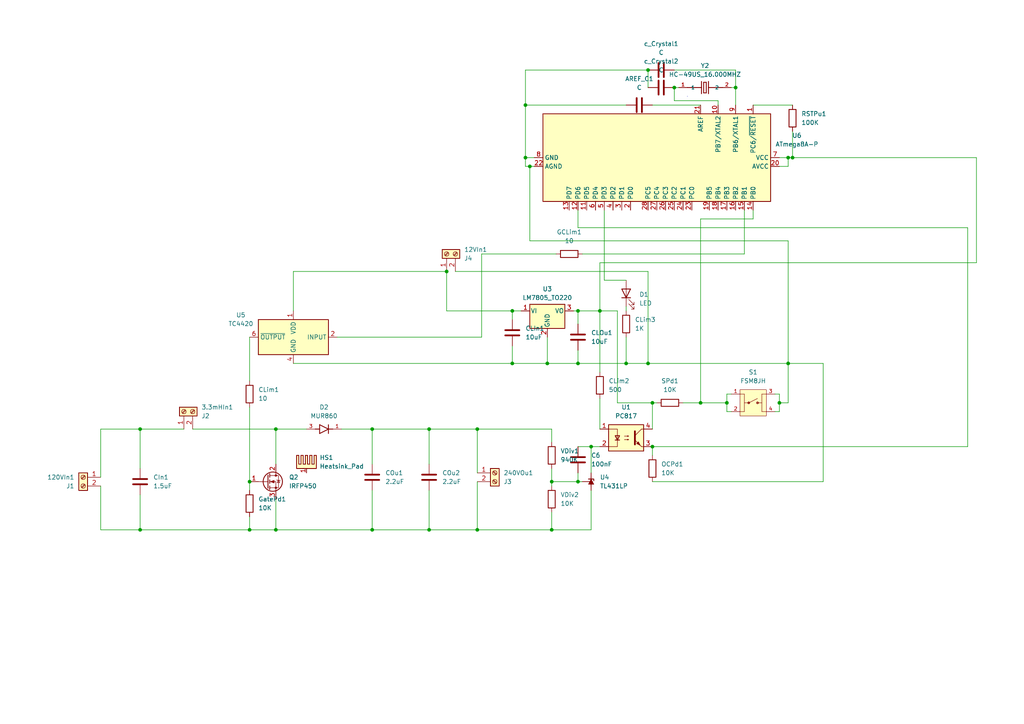
<source format=kicad_sch>
(kicad_sch (version 20250114) (generator "eeschema") (generator_version "9.0")
  (paper "A4")
  (lib_symbols
    (symbol "Connector:Screw_Terminal_01x02" (pin_names (offset 1.016) (hide yes))
      (property "Reference" "J" (at 0 2.54 0))
      (property "Value" "Screw_Terminal_01x02" (at 0 -5.08 0))
      (symbol "Screw_Terminal_01x02_1_1"
        (rectangle (start -1.27 1.27) (end 1.27 -3.81) (stroke (width 0.254)) (fill (type background)))
        (polyline (pts (xy -0.5334 0.3302) (xy 0.3302 -0.508)) (stroke (width 0.1524)))
        (polyline (pts (xy -0.5334 -2.2098) (xy 0.3302 -3.048)) (stroke (width 0.1524)))
        (polyline (pts (xy -0.3556 0.508) (xy 0.508 -0.3302)) (stroke (width 0.1524)))
        (polyline (pts (xy -0.3556 -2.032) (xy 0.508 -2.8702)) (stroke (width 0.1524)))
        (circle (center 0 0) (radius 0.635) (stroke (width 0.1524)))
        (circle (center 0 -2.54) (radius 0.635) (stroke (width 0.1524)))
        (pin passive line (at -5.08 0 0) (length 3.81) (name "Pin_1") (number "1"))
        (pin passive line (at -5.08 -2.54 0) (length 3.81) (name "Pin_2") (number "2"))
      )
    )
    (symbol "Device:C" (pin_numbers (hide yes)) (pin_names (offset 0.254))
      (property "Reference" "C" (at 0.635 2.54 0))
      (property "Value" "C" (at 0.635 -2.54 0))
      (symbol "C_0_1"
        (polyline (pts (xy -2.032 0.762) (xy 2.032 0.762)) (stroke (width 0.508)))
        (polyline (pts (xy -2.032 -0.762) (xy 2.032 -0.762)) (stroke (width 0.508)))
      )
      (symbol "C_1_1"
        (pin passive line (at 0 3.81 270) (length 2.794) (name "~") (number "1"))
        (pin passive line (at 0 -3.81 90) (length 2.794) (name "~") (number "2"))
      )
    )
    (symbol "Device:LED" (pin_numbers (hide yes)) (pin_names (offset 1.016) (hide yes))
      (property "Reference" "D" (at 0 2.54 0))
      (property "Value" "LED" (at 0 -2.54 0))
      (symbol "LED_0_1"
        (polyline (pts (xy -3.048 -0.762) (xy -4.572 -2.286) (xy -3.81 -2.286) (xy -4.572 -2.286) (xy -4.572 -1.524)))
        (polyline (pts (xy -1.778 -0.762) (xy -3.302 -2.286) (xy -2.54 -2.286) (xy -3.302 -2.286) (xy -3.302 -1.524)))
        (polyline (pts (xy -1.27 0) (xy 1.27 0)))
        (polyline (pts (xy -1.27 -1.27) (xy -1.27 1.27)) (stroke (width 0.254)))
        (polyline (pts (xy 1.27 -1.27) (xy 1.27 1.27) (xy -1.27 0) (xy 1.27 -1.27)) (stroke (width 0.254)))
      )
      (symbol "LED_1_1"
        (pin passive line (at -3.81 0 0) (length 2.54) (name "K") (number "1"))
        (pin passive line (at 3.81 0 180) (length 2.54) (name "A") (number "2"))
      )
    )
    (symbol "Device:R" (pin_numbers (hide yes)) (pin_names (offset 0))
      (property "Reference" "R" (at 2.032 0 90))
      (property "Value" "R" (at 0 0 90))
      (symbol "R_0_1"
        (rectangle (start -1.016 -2.54) (end 1.016 2.54) (stroke (width 0.254)))
      )
      (symbol "R_1_1"
        (pin passive line (at 0 3.81 270) (length 1.27) (name "~") (number "1"))
        (pin passive line (at 0 -3.81 90) (length 1.27) (name "~") (number "2"))
      )
    )
    (symbol "Driver_FET:TC4421"
      (property "Reference" "U" (at -8.89 6.35 0))
      (property "Value" "TC4421" (at 6.35 6.35 0))
      (symbol "TC4421_0_1"
        (rectangle (start -10.16 5.08) (end 10.16 -5.08) (stroke (width 0.254)) (fill (type background)))
      )
      (symbol "TC4421_1_1"
        (pin input line (at -12.7 0 0) (length 2.54) (name "INPUT") (number "2"))
        (pin no_connect line (at -5.08 -5.08 90) (length 2.54) (hide yes) (name "NC") (number "3"))
        (pin power_in line (at 0 7.62 270) (length 2.54) (name "VDD") (number "1"))
        (pin passive line (at 0 7.62 270) (length 2.54) (hide yes) (name "VDD") (number "8"))
        (pin power_in line (at 0 -7.62 90) (length 2.54) (name "GND") (number "4"))
        (pin passive line (at 0 -7.62 90) (length 2.54) (hide yes) (name "GND") (number "5"))
        (pin output line (at 12.7 0 180) (length 2.54) (name "~{OUTPUT}") (number "6"))
        (pin passive line (at 12.7 0 180) (length 2.54) (hide yes) (name "~{OUTPUT}") (number "7"))
      )
    )
    (symbol "FSM8JH:FSM8JH" (pin_names (offset 1.016))
      (property "Reference" "S" (at -4.3222 4.068 0))
      (property "Value" "FSM8JH" (at -4.0644 -5.3346 0))
      (symbol "FSM8JH_0_0"
        (polyline (pts (xy -3.81 2.54) (xy -2.54 2.54)) (stroke (width 0.127)))
        (rectangle (start -3.81 -3.81) (end 3.81 3.81) (stroke (width 0.127)) (fill (type background)))
        (polyline (pts (xy -2.54 2.54) (xy -2.54 -2.54)) (stroke (width 0.127)))
        (polyline (pts (xy -2.54 0) (xy -1.27 0)) (stroke (width 0.127)))
        (polyline (pts (xy -2.54 -2.54) (xy -3.81 -2.54)) (stroke (width 0.127)))
        (circle (center -1.27 0) (radius 0.254) (stroke (width 0.2159)))
        (polyline (pts (xy -1.27 0) (xy 1.27 1.27)) (stroke (width 0.127)))
        (polyline (pts (xy 1.27 0) (xy 2.54 0)) (stroke (width 0.127)))
        (circle (center 1.27 0) (radius 0.254) (stroke (width 0.2159)))
        (polyline (pts (xy 2.54 2.54) (xy 2.54 -2.54)) (stroke (width 0.127)))
        (polyline (pts (xy 2.54 -2.54) (xy 3.81 -2.54)) (stroke (width 0.127)))
        (polyline (pts (xy 3.81 2.54) (xy 2.54 2.54)) (stroke (width 0.127)))
        (pin passive line (at -6.35 2.54 0) (length 2.54) (name "~") (number "1"))
        (pin passive line (at -6.35 -2.54 0) (length 2.54) (name "~") (number "2"))
        (pin passive line (at 6.35 2.54 180) (length 2.54) (name "~") (number "3"))
        (pin passive line (at 6.35 -2.54 180) (length 2.54) (name "~") (number "4"))
      )
    )
    (symbol "HC-49US_16.000MHZ:HC-49US_16.000MHZ" (pin_names (offset 1.016))
      (property "Reference" "Y" (at -5.08 2.286 0))
      (property "Value" "HC-49US_16.000MHZ" (at -5.08 -3.81 0))
      (symbol "HC-49US_16.000MHZ_0_0"
        (polyline (pts (xy -5.08 0) (xy -1.016 0)) (stroke (width 0.254)))
        (polyline (pts (xy -1.016 1.778) (xy -1.016 0)) (stroke (width 0.254)))
        (polyline (pts (xy -1.016 0) (xy -1.016 -1.778)) (stroke (width 0.254)))
        (polyline (pts (xy -0.381 1.524) (xy -0.381 -1.524)) (stroke (width 0.254)))
        (polyline (pts (xy -0.381 -1.524) (xy 0.381 -1.524)) (stroke (width 0.254)))
        (polyline (pts (xy 0.381 1.524) (xy -0.381 1.524)) (stroke (width 0.254)))
        (polyline (pts (xy 0.381 -1.524) (xy 0.381 1.524)) (stroke (width 0.254)))
        (polyline (pts (xy 1.016 1.778) (xy 1.016 0)) (stroke (width 0.254)))
        (polyline (pts (xy 1.016 0) (xy 1.016 -1.778)) (stroke (width 0.254)))
        (polyline (pts (xy 5.08 0) (xy 1.016 0)) (stroke (width 0.254)))
        (pin passive line (at -7.62 0 0) (length 2.54) (name "1") (number "1"))
        (pin passive line (at 7.62 0 180) (length 2.54) (name "2") (number "2"))
      )
    )
    (symbol "Isolator:PC817" (pin_names (offset 1.016))
      (property "Reference" "U" (at -5.08 5.08 0))
      (property "Value" "PC817" (at 0 5.08 0))
      (symbol "PC817_0_1"
        (rectangle (start -5.08 3.81) (end 5.08 -3.81) (stroke (width 0.254)) (fill (type background)))
        (polyline (pts (xy -5.08 2.54) (xy -2.54 2.54) (xy -2.54 -0.635)))
        (polyline (pts (xy -3.175 -0.635) (xy -1.905 -0.635)) (stroke (width 0.254)))
        (polyline (pts (xy -2.54 -0.635) (xy -2.54 -2.54) (xy -5.08 -2.54)))
        (polyline (pts (xy -2.54 -0.635) (xy -3.175 0.635) (xy -1.905 0.635) (xy -2.54 -0.635)) (stroke (width 0.254)))
        (polyline (pts (xy -0.508 0.508) (xy 0.762 0.508) (xy 0.381 0.381) (xy 0.381 0.635) (xy 0.762 0.508)))
        (polyline (pts (xy -0.508 -0.508) (xy 0.762 -0.508) (xy 0.381 -0.635) (xy 0.381 -0.381) (xy 0.762 -0.508)))
        (polyline (pts (xy 2.54 1.905) (xy 2.54 -1.905) (xy 2.54 -1.905)) (stroke (width 0.508)))
        (polyline (pts (xy 2.54 0.635) (xy 4.445 2.54)))
        (polyline (pts (xy 3.048 -1.651) (xy 3.556 -1.143) (xy 4.064 -2.159) (xy 3.048 -1.651) (xy 3.048 -1.651)) (fill (type outline)))
        (polyline (pts (xy 4.445 2.54) (xy 5.08 2.54)))
        (polyline (pts (xy 4.445 -2.54) (xy 2.54 -0.635)) (fill (type outline)))
        (polyline (pts (xy 4.445 -2.54) (xy 5.08 -2.54)))
      )
      (symbol "PC817_1_1"
        (pin passive line (at -7.62 2.54 0) (length 2.54) (name "~") (number "1"))
        (pin passive line (at -7.62 -2.54 0) (length 2.54) (name "~") (number "2"))
        (pin passive line (at 7.62 2.54 180) (length 2.54) (name "~") (number "4"))
        (pin passive line (at 7.62 -2.54 180) (length 2.54) (name "~") (number "3"))
      )
    )
    (symbol "MCU_Microchip_ATmega:ATmega8A-P"
      (property "Reference" "U" (at -12.7 34.29 0))
      (property "Value" "ATmega8A-P" (at 5.08 -34.29 0))
      (symbol "ATmega8A-P_0_1"
        (rectangle (start -12.7 -33.02) (end 12.7 33.02) (stroke (width 0.254)) (fill (type background)))
      )
      (symbol "ATmega8A-P_1_1"
        (pin bidirectional line (at -15.24 27.94 0) (length 2.54) (name "PC6/~{RESET}") (number "1"))
        (pin bidirectional line (at -15.24 22.86 0) (length 2.54) (name "PB6/XTAL1") (number "9"))
        (pin bidirectional line (at -15.24 17.78 0) (length 2.54) (name "PB7/XTAL2") (number "10"))
        (pin passive line (at -15.24 12.7 0) (length 2.54) (name "AREF") (number "21"))
        (pin power_in line (at 0 35.56 270) (length 2.54) (name "VCC") (number "7"))
        (pin power_in line (at 0 -35.56 90) (length 2.54) (name "GND") (number "8"))
        (pin power_in line (at 2.54 35.56 270) (length 2.54) (name "AVCC") (number "20"))
        (pin power_in line (at 2.54 -35.56 90) (length 2.54) (name "AGND") (number "22"))
        (pin bidirectional line (at 15.24 27.94 180) (length 2.54) (name "PB0") (number "14"))
        (pin bidirectional line (at 15.24 25.4 180) (length 2.54) (name "PB1") (number "15"))
        (pin bidirectional line (at 15.24 22.86 180) (length 2.54) (name "PB2") (number "16"))
        (pin bidirectional line (at 15.24 20.32 180) (length 2.54) (name "PB3") (number "17"))
        (pin bidirectional line (at 15.24 17.78 180) (length 2.54) (name "PB4") (number "18"))
        (pin bidirectional line (at 15.24 15.24 180) (length 2.54) (name "PB5") (number "19"))
        (pin bidirectional line (at 15.24 10.16 180) (length 2.54) (name "PC0") (number "23"))
        (pin bidirectional line (at 15.24 7.62 180) (length 2.54) (name "PC1") (number "24"))
        (pin bidirectional line (at 15.24 5.08 180) (length 2.54) (name "PC2") (number "25"))
        (pin bidirectional line (at 15.24 2.54 180) (length 2.54) (name "PC3") (number "26"))
        (pin bidirectional line (at 15.24 0 180) (length 2.54) (name "PC4") (number "27"))
        (pin bidirectional line (at 15.24 -2.54 180) (length 2.54) (name "PC5") (number "28"))
        (pin bidirectional line (at 15.24 -7.62 180) (length 2.54) (name "PD0") (number "2"))
        (pin bidirectional line (at 15.24 -10.16 180) (length 2.54) (name "PD1") (number "3"))
        (pin bidirectional line (at 15.24 -12.7 180) (length 2.54) (name "PD2") (number "4"))
        (pin bidirectional line (at 15.24 -15.24 180) (length 2.54) (name "PD3") (number "5"))
        (pin bidirectional line (at 15.24 -17.78 180) (length 2.54) (name "PD4") (number "6"))
        (pin bidirectional line (at 15.24 -20.32 180) (length 2.54) (name "PD5") (number "11"))
        (pin bidirectional line (at 15.24 -22.86 180) (length 2.54) (name "PD6") (number "12"))
        (pin bidirectional line (at 15.24 -25.4 180) (length 2.54) (name "PD7") (number "13"))
      )
    )
    (symbol "MUR860:MUR860" (pin_names (offset 1.016))
      (property "Reference" "D" (at -5.08 2.54 0))
      (property "Value" "MUR860" (at -5.08 -5.08 0))
      (symbol "MUR860_0_0"
        (polyline (pts (xy -2.54 0) (xy -1.27 0)) (stroke (width 0.254)))
        (polyline (pts (xy -1.27 1.27) (xy -1.27 0)) (stroke (width 0.254)))
        (polyline (pts (xy -1.27 0) (xy -1.27 -1.27)) (stroke (width 0.254)))
        (polyline (pts (xy -1.27 -1.27) (xy 1.27 0)) (stroke (width 0.254)))
        (polyline (pts (xy 1.27 1.27) (xy 1.27 0)) (stroke (width 0.254)))
        (polyline (pts (xy 1.27 0) (xy -1.27 1.27)) (stroke (width 0.254)))
        (polyline (pts (xy 1.27 0) (xy 1.27 -1.27)) (stroke (width 0.254)))
        (polyline (pts (xy 1.27 0) (xy 2.54 0)) (stroke (width 0.254)))
        (pin passive line (at -5.08 0 0) (length 2.54) (name "~") (number "3"))
        (pin passive line (at 5.08 0 180) (length 2.54) (name "~") (number "1"))
      )
    )
    (symbol "Mechanical:Heatsink_Pad" (pin_names (offset 0)) (exclude_from_sim yes)
      (property "Reference" "HS" (at 0 5.715 0))
      (property "Value" "Heatsink_Pad" (at 0 3.81 0))
      (symbol "Heatsink_Pad_0_1"
        (polyline (pts (xy -0.3302 0) (xy -0.9652 0) (xy -0.9652 2.54) (xy -1.6002 2.54) (xy -1.6002 0) (xy -2.2352 0) (xy -2.2352 2.54) (xy -2.8702 2.54) (xy -2.8702 -1.27) (xy -0.9652 -1.27)) (stroke (width 0.254)) (fill (type background)))
        (polyline (pts (xy -0.3302 0) (xy -0.3302 2.54) (xy 0.3048 2.54) (xy 0.3048 0) (xy 0.9398 0) (xy 0.9398 2.54) (xy 1.5748 2.54) (xy 1.5748 0) (xy 2.2098 0) (xy 2.2098 2.54) (xy 2.8448 2.54) (xy 2.8448 -1.27) (xy -0.9652 -1.27)) (stroke (width 0.254)) (fill (type background)))
      )
      (symbol "Heatsink_Pad_1_1"
        (pin passive line (at 0 -2.54 90) (length 1.27) (name "~") (number "1"))
      )
    )
    (symbol "Reference_Voltage:TL431LP" (pin_numbers (hide yes)) (pin_names (hide yes))
      (property "Reference" "U" (at -2.54 2.54 0))
      (property "Value" "TL431LP" (at 0 -2.54 0))
      (symbol "TL431LP_0_1"
        (polyline (pts (xy -1.27 0) (xy 0 0) (xy 1.27 0)))
        (polyline (pts (xy -0.762 -0.762) (xy -0.762 0.762) (xy 0.762 0) (xy -0.762 -0.762)) (fill (type outline)))
        (polyline (pts (xy 0.254 -0.762) (xy 0.762 -0.762) (xy 0.762 0.762) (xy 0.762 0.762)) (stroke (width 0.254)))
      )
      (symbol "TL431LP_1_1"
        (pin passive line (at -2.54 0 0) (length 2.54) (name "A") (number "2"))
        (pin passive line (at 0 2.54 270) (length 2.54) (name "REF") (number "1"))
        (pin passive line (at 2.54 0 180) (length 2.54) (name "K") (number "3"))
      )
    )
    (symbol "Regulator_Linear:LM7805_TO220" (pin_names (offset 0.254))
      (property "Reference" "U" (at -3.81 3.175 0))
      (property "Value" "LM7805_TO220" (at 0 3.175 0))
      (symbol "LM7805_TO220_0_1"
        (rectangle (start -5.08 1.905) (end 5.08 -5.08) (stroke (width 0.254)) (fill (type background)))
      )
      (symbol "LM7805_TO220_1_1"
        (pin power_in line (at -7.62 0 0) (length 2.54) (name "VI") (number "1"))
        (pin power_in line (at 0 -7.62 90) (length 2.54) (name "GND") (number "2"))
        (pin power_out line (at 7.62 0 180) (length 2.54) (name "VO") (number "3"))
      )
    )
    (symbol "Transistor_FET:IRFP4468PbF" (pin_names (hide yes))
      (property "Reference" "Q" (at 5.08 1.905 0))
      (property "Value" "IRFP4468PbF" (at 5.08 0 0))
      (symbol "IRFP4468PbF_0_1"
        (polyline (pts (xy 0.254 1.905) (xy 0.254 -1.905)) (stroke (width 0.254)))
        (polyline (pts (xy 0.254 0) (xy -2.54 0)))
        (polyline (pts (xy 0.762 2.286) (xy 0.762 1.27)) (stroke (width 0.254)))
        (polyline (pts (xy 0.762 0.508) (xy 0.762 -0.508)) (stroke (width 0.254)))
        (polyline (pts (xy 0.762 -1.27) (xy 0.762 -2.286)) (stroke (width 0.254)))
        (polyline (pts (xy 0.762 -1.778) (xy 3.302 -1.778) (xy 3.302 1.778) (xy 0.762 1.778)))
        (polyline (pts (xy 1.016 0) (xy 2.032 0.381) (xy 2.032 -0.381) (xy 1.016 0)) (fill (type outline)))
        (circle (center 1.651 0) (radius 2.794) (stroke (width 0.254)))
        (polyline (pts (xy 2.54 2.54) (xy 2.54 1.778)))
        (circle (center 2.54 1.778) (radius 0.254) (fill (type outline)))
        (circle (center 2.54 -1.778) (radius 0.254) (fill (type outline)))
        (polyline (pts (xy 2.54 -2.54) (xy 2.54 0) (xy 0.762 0)))
        (polyline (pts (xy 2.794 0.508) (xy 2.921 0.381) (xy 3.683 0.381) (xy 3.81 0.254)))
        (polyline (pts (xy 3.302 0.381) (xy 2.921 -0.254) (xy 3.683 -0.254) (xy 3.302 0.381)))
      )
      (symbol "IRFP4468PbF_1_1"
        (pin input line (at -5.08 0 0) (length 2.54) (name "G") (number "1"))
        (pin passive line (at 2.54 5.08 270) (length 2.54) (name "D") (number "2"))
        (pin passive line (at 2.54 -5.08 90) (length 2.54) (name "S") (number "3"))
      )
    )
  )
  (rectangle (start 199.39 27.94) (end 199.39 27.94))
  (junction (at 187.96 105.41))
  (junction (at 213.36 25.4))
  (junction (at 167.64 105.41))
  (junction (at 80.01 153.67))
  (junction (at 72.39 139.7))
  (junction (at 107.95 124.46))
  (junction (at 173.99 90.17))
  (junction (at 167.64 139.7))
  (junction (at 160.02 153.67))
  (junction (at 171.45 129.54))
  (junction (at 80.01 124.46))
  (junction (at 148.59 105.41))
  (junction (at 228.6 45.72))
  (junction (at 167.64 90.17))
  (junction (at 210.82 116.84))
  (junction (at 187.96 20.32))
  (junction (at 152.4 30.48))
  (junction (at 181.61 105.41))
  (junction (at 189.23 116.84))
  (junction (at 148.59 90.17))
  (junction (at 203.2 116.84))
  (junction (at 129.54 78.74))
  (junction (at 124.46 124.46))
  (junction (at 138.43 124.46))
  (junction (at 152.4 45.72))
  (junction (at 107.95 153.67))
  (junction (at 153.67 48.26))
  (junction (at 138.43 153.67))
  (junction (at 160.02 139.7))
  (junction (at 40.64 153.67))
  (junction (at 228.6 105.41))
  (junction (at 158.75 105.41))
  (junction (at 189.23 129.54))
  (junction (at 72.39 153.67))
  (junction (at 195.58 25.4))
  (junction (at 124.46 153.67))
  (junction (at 226.06 116.84))
  (junction (at 40.64 124.46))
  (junction (at 229.87 45.72))
  (wire (pts (xy 181.61 97.79) (xy 181.61 105.41)))
  (wire (pts (xy 171.45 129.54) (xy 173.99 129.54)))
  (wire (pts (xy 212.09 119.38) (xy 210.82 119.38)))
  (wire (pts (xy 226.06 45.72) (xy 228.6 45.72)))
  (wire (pts (xy 80.01 124.46) (xy 80.01 134.62)))
  (wire (pts (xy 160.02 124.46) (xy 160.02 128.27)))
  (wire (pts (xy 167.64 137.16) (xy 167.64 139.7)))
  (wire (pts (xy 175.26 81.28) (xy 175.26 60.96)))
  (wire (pts (xy 226.06 119.38) (xy 224.79 119.38)))
  (wire (pts (xy 213.36 20.32) (xy 213.36 25.4)))
  (wire (pts (xy 187.96 20.32) (xy 187.96 25.4)))
  (wire (pts (xy 238.76 105.41) (xy 238.76 139.7)))
  (wire (pts (xy 198.12 116.84) (xy 203.2 116.84)))
  (wire (pts (xy 208.28 29.21) (xy 208.28 30.48)))
  (wire (pts (xy 167.64 129.54) (xy 171.45 129.54)))
  (wire (pts (xy 107.95 124.46) (xy 124.46 124.46)))
  (wire (pts (xy 228.6 48.26) (xy 228.6 45.72)))
  (wire (pts (xy 129.54 78.74) (xy 85.09 78.74)))
  (wire (pts (xy 166.37 90.17) (xy 167.64 90.17)))
  (wire (pts (xy 187.96 20.32) (xy 152.4 20.32)))
  (wire (pts (xy 203.2 116.84) (xy 210.82 116.84)))
  (wire (pts (xy 203.2 63.5) (xy 203.2 116.84)))
  (wire (pts (xy 181.61 81.28) (xy 175.26 81.28)))
  (wire (pts (xy 213.36 20.32) (xy 195.58 20.32)))
  (wire (pts (xy 72.39 153.67) (xy 80.01 153.67)))
  (wire (pts (xy 171.45 142.24) (xy 171.45 153.67)))
  (wire (pts (xy 173.99 90.17) (xy 179.07 90.17)))
  (wire (pts (xy 173.99 90.17) (xy 173.99 76.2)))
  (wire (pts (xy 72.39 139.7) (xy 72.39 142.24)))
  (wire (pts (xy 72.39 149.86) (xy 72.39 153.67)))
  (wire (pts (xy 138.43 124.46) (xy 124.46 124.46)))
  (wire (pts (xy 218.44 63.5) (xy 218.44 60.96)))
  (wire (pts (xy 215.9 60.96) (xy 215.9 73.66)))
  (wire (pts (xy 152.4 48.26) (xy 153.67 48.26)))
  (wire (pts (xy 226.06 48.26) (xy 228.6 48.26)))
  (wire (pts (xy 129.54 78.74) (xy 129.54 90.17)))
  (wire (pts (xy 152.4 30.48) (xy 152.4 45.72)))
  (wire (pts (xy 167.64 90.17) (xy 173.99 90.17)))
  (wire (pts (xy 138.43 139.7) (xy 138.43 153.67)))
  (wire (pts (xy 179.07 90.17) (xy 179.07 116.84)))
  (wire (pts (xy 212.09 25.4) (xy 213.36 25.4)))
  (wire (pts (xy 280.67 66.04) (xy 280.67 129.54)))
  (wire (pts (xy 187.96 78.74) (xy 187.96 105.41)))
  (wire (pts (xy 153.67 48.26) (xy 153.67 69.85)))
  (wire (pts (xy 167.64 105.41) (xy 158.75 105.41)))
  (wire (pts (xy 85.09 78.74) (xy 85.09 90.17)))
  (wire (pts (xy 280.67 129.54) (xy 189.23 129.54)))
  (wire (pts (xy 29.21 124.46) (xy 40.64 124.46)))
  (wire (pts (xy 181.61 88.9) (xy 181.61 90.17)))
  (wire (pts (xy 173.99 115.57) (xy 173.99 124.46)))
  (wire (pts (xy 153.67 69.85) (xy 228.6 69.85)))
  (wire (pts (xy 160.02 139.7) (xy 167.64 139.7)))
  (wire (pts (xy 148.59 90.17) (xy 148.59 92.71)))
  (wire (pts (xy 55.88 124.46) (xy 80.01 124.46)))
  (wire (pts (xy 29.21 153.67) (xy 40.64 153.67)))
  (wire (pts (xy 85.09 105.41) (xy 148.59 105.41)))
  (wire (pts (xy 99.06 124.46) (xy 107.95 124.46)))
  (wire (pts (xy 139.7 73.66) (xy 139.7 97.79)))
  (wire (pts (xy 226.06 116.84) (xy 228.6 116.84)))
  (wire (pts (xy 189.23 116.84) (xy 190.5 116.84)))
  (wire (pts (xy 160.02 135.89) (xy 160.02 139.7)))
  (wire (pts (xy 40.64 143.51) (xy 40.64 153.67)))
  (wire (pts (xy 167.64 66.04) (xy 167.64 60.96)))
  (wire (pts (xy 203.2 63.5) (xy 218.44 63.5)))
  (wire (pts (xy 171.45 129.54) (xy 171.45 137.16)))
  (wire (pts (xy 153.67 48.26) (xy 154.94 48.26)))
  (wire (pts (xy 195.58 25.4) (xy 195.58 29.21)))
  (wire (pts (xy 40.64 124.46) (xy 53.34 124.46)))
  (wire (pts (xy 139.7 97.79) (xy 97.79 97.79)))
  (wire (pts (xy 228.6 116.84) (xy 228.6 105.41)))
  (wire (pts (xy 151.13 90.17) (xy 148.59 90.17)))
  (wire (pts (xy 218.44 30.48) (xy 229.87 30.48)))
  (wire (pts (xy 124.46 124.46) (xy 124.46 134.62)))
  (wire (pts (xy 138.43 153.67) (xy 124.46 153.67)))
  (wire (pts (xy 179.07 116.84) (xy 189.23 116.84)))
  (wire (pts (xy 107.95 124.46) (xy 107.95 134.62)))
  (wire (pts (xy 148.59 100.33) (xy 148.59 105.41)))
  (wire (pts (xy 189.23 139.7) (xy 238.76 139.7)))
  (wire (pts (xy 167.64 139.7) (xy 168.91 139.7)))
  (wire (pts (xy 80.01 153.67) (xy 107.95 153.67)))
  (wire (pts (xy 124.46 142.24) (xy 124.46 153.67)))
  (wire (pts (xy 189.23 30.48) (xy 203.2 30.48)))
  (wire (pts (xy 148.59 105.41) (xy 158.75 105.41)))
  (wire (pts (xy 226.06 116.84) (xy 226.06 119.38)))
  (wire (pts (xy 80.01 124.46) (xy 88.9 124.46)))
  (wire (pts (xy 167.64 90.17) (xy 167.64 93.98)))
  (wire (pts (xy 228.6 69.85) (xy 228.6 105.41)))
  (wire (pts (xy 154.94 45.72) (xy 152.4 45.72)))
  (wire (pts (xy 229.87 38.1) (xy 229.87 45.72)))
  (wire (pts (xy 80.01 144.78) (xy 80.01 153.67)))
  (wire (pts (xy 173.99 90.17) (xy 173.99 107.95)))
  (wire (pts (xy 40.64 124.46) (xy 40.64 135.89)))
  (wire (pts (xy 283.21 76.2) (xy 283.21 45.72)))
  (wire (pts (xy 215.9 73.66) (xy 168.91 73.66)))
  (wire (pts (xy 160.02 153.67) (xy 138.43 153.67)))
  (wire (pts (xy 229.87 45.72) (xy 283.21 45.72)))
  (wire (pts (xy 139.7 73.66) (xy 161.29 73.66)))
  (wire (pts (xy 138.43 137.16) (xy 138.43 124.46)))
  (wire (pts (xy 72.39 118.11) (xy 72.39 139.7)))
  (wire (pts (xy 167.64 101.6) (xy 167.64 105.41)))
  (wire (pts (xy 226.06 114.3) (xy 226.06 116.84)))
  (wire (pts (xy 189.23 129.54) (xy 189.23 132.08)))
  (wire (pts (xy 129.54 90.17) (xy 148.59 90.17)))
  (wire (pts (xy 171.45 153.67) (xy 160.02 153.67)))
  (wire (pts (xy 152.4 20.32) (xy 152.4 30.48)))
  (wire (pts (xy 152.4 30.48) (xy 181.61 30.48)))
  (wire (pts (xy 189.23 116.84) (xy 189.23 124.46)))
  (wire (pts (xy 107.95 142.24) (xy 107.95 153.67)))
  (wire (pts (xy 228.6 105.41) (xy 238.76 105.41)))
  (wire (pts (xy 210.82 116.84) (xy 210.82 114.3)))
  (wire (pts (xy 160.02 148.59) (xy 160.02 153.67)))
  (wire (pts (xy 124.46 153.67) (xy 107.95 153.67)))
  (wire (pts (xy 29.21 140.97) (xy 29.21 153.67)))
  (wire (pts (xy 210.82 116.84) (xy 210.82 119.38)))
  (wire (pts (xy 152.4 45.72) (xy 152.4 48.26)))
  (wire (pts (xy 228.6 45.72) (xy 229.87 45.72)))
  (wire (pts (xy 210.82 114.3) (xy 212.09 114.3)))
  (wire (pts (xy 195.58 25.4) (xy 196.85 25.4)))
  (wire (pts (xy 213.36 25.4) (xy 213.36 30.48)))
  (wire (pts (xy 132.08 78.74) (xy 187.96 78.74)))
  (wire (pts (xy 29.21 138.43) (xy 29.21 124.46)))
  (wire (pts (xy 280.67 66.04) (xy 167.64 66.04)))
  (wire (pts (xy 224.79 114.3) (xy 226.06 114.3)))
  (wire (pts (xy 195.58 29.21) (xy 208.28 29.21)))
  (wire (pts (xy 160.02 139.7) (xy 160.02 140.97)))
  (wire (pts (xy 181.61 105.41) (xy 167.64 105.41)))
  (wire (pts (xy 187.96 105.41) (xy 181.61 105.41)))
  (wire (pts (xy 138.43 124.46) (xy 160.02 124.46)))
  (wire (pts (xy 187.96 105.41) (xy 228.6 105.41)))
  (wire (pts (xy 72.39 97.79) (xy 72.39 110.49)))
  (wire (pts (xy 173.99 76.2) (xy 283.21 76.2)))
  (wire (pts (xy 158.75 105.41) (xy 158.75 97.79)))
  (wire (pts (xy 72.39 153.67) (xy 40.64 153.67)))
  (symbol (lib_id "Device:C") (at 148.59 96.52 0) (unit 1)
    (property "Reference" "CLIn1" (at 152.4 95.2499 0) (effects (justify left)))
    (property "Value" "10uF" (at 152.4 97.7899 0) (effects (justify left)))
    (property "Footprint" "Capacitor_THT:C_Radial_D6.3mm_H5.0mm_P2.50mm" (effects (hide yes)))
    (property "Description" "Unpolarized capacitor" (effects (hide yes)))
  )
  (symbol (lib_id "Device:C") (at 191.77 20.32 90) (unit 1)
    (property "Reference" "c_Crystal1" (at 191.77 12.7 90))
    (property "Value" "C" (at 191.77 15.24 90))
    (property "Footprint" "Capacitor_THT:C_Disc_D4.3mm_W1.9mm_P5.00mm" (effects (hide yes)))
    (property "Description" "Unpolarized capacitor" (effects (hide yes)))
  )
  (symbol (lib_id "Isolator:PC817") (at 181.61 127 0) (unit 1)
    (property "Reference" "U1" (at 181.61 118.11 0))
    (property "Value" "PC817" (at 181.61 120.65 0))
    (property "Footprint" "Package_DIP:DIP-4_W7.62mm" (effects (hide yes)))
    (property "Datasheet" "http://www.soselectronic.cz/a_info/resource/d/pc817.pdf" (effects (hide yes)))
    (property "Description" "DC Optocoupler, Vce 35V, CTR 50-300%, DIP-4" (effects (hide yes)))
  )
  (symbol (lib_id "Connector:Screw_Terminal_01x02") (at 143.51 137.16 0) (unit 1)
    (property "Reference" "240VOu1" (at 146.05 137.1599 0) (effects (justify left)))
    (property "Value" "J3" (at 146.05 139.6999 0) (effects (justify left)))
    (property "Footprint" "TerminalBlock_MetzConnect:TerminalBlock_MetzConnect_Type094_RT03502HBLU_1x02_P5.00mm_Horizontal" (effects (hide yes)))
    (property "Description" "Generic screw terminal, single row, 01x02, script generated (kicad-library-utils/schlib/autogen/connector/)" (effects (hide yes)))
  )
  (symbol (lib_id "Device:C") (at 167.64 133.35 0) (unit 1)
    (property "Reference" "C6" (at 171.45 132.0799 0) (effects (justify left)))
    (property "Value" "100nF" (at 171.45 134.6199 0) (effects (justify left)))
    (property "Footprint" "Capacitor_THT:C_Disc_D10.0mm_W2.5mm_P5.00mm" (effects (hide yes)))
    (property "Description" "Unpolarized capacitor" (effects (hide yes)))
  )
  (symbol (lib_id "Device:C") (at 167.64 97.79 0) (unit 1)
    (property "Reference" "CLOu1" (at 171.45 96.5199 0) (effects (justify left)))
    (property "Value" "10uF" (at 171.45 99.0599 0) (effects (justify left)))
    (property "Footprint" "Capacitor_THT:C_Radial_D6.3mm_H5.0mm_P2.50mm" (effects (hide yes)))
    (property "Description" "Unpolarized capacitor" (effects (hide yes)))
  )
  (symbol (lib_id "Connector:Screw_Terminal_01x02") (at 129.54 73.66 90) (unit 1)
    (property "Reference" "12VIn1" (at 134.62 72.3899 90) (effects (justify right)))
    (property "Value" "J4" (at 134.62 74.9299 90) (effects (justify right)))
    (property "Footprint" "TerminalBlock_MetzConnect:TerminalBlock_MetzConnect_Type094_RT03502HBLU_1x02_P5.00mm_Horizontal" (effects (hide yes)))
    (property "Description" "Generic screw terminal, single row, 01x02, script generated (kicad-library-utils/schlib/autogen/connector/)" (effects (hide yes)))
  )
  (symbol (lib_id "Device:R") (at 173.99 111.76 0) (unit 1)
    (property "Reference" "CLim2" (at 176.53 110.4899 0) (effects (justify left)))
    (property "Value" "500" (at 176.53 113.0299 0) (effects (justify left)))
    (property "Footprint" "Resistor_THT:R_Axial_DIN0309_L9.0mm_D3.2mm_P12.70mm_Horizontal" (effects (hide yes)))
    (property "Description" "Resistor" (effects (hide yes)))
  )
  (symbol (lib_id "Device:C") (at 40.64 139.7 0) (unit 1)
    (property "Reference" "CIn1" (at 44.45 138.4299 0) (effects (justify left)))
    (property "Value" "1.5uF" (at 44.45 140.9699 0) (effects (justify left)))
    (property "Footprint" "Library:C_Rect_L15mm_W10mm_P16.00mm_MKT" (effects (hide yes)))
    (property "Description" "Unpolarized capacitor" (effects (hide yes)))
  )
  (symbol (lib_id "Connector:Screw_Terminal_01x02") (at 53.34 119.38 90) (unit 1)
    (property "Reference" "3.3mHIn1" (at 58.42 118.1099 90) (effects (justify right)))
    (property "Value" "J2" (at 58.42 120.6499 90) (effects (justify right)))
    (property "Footprint" "TerminalBlock_MetzConnect:TerminalBlock_MetzConnect_Type094_RT03502HBLU_1x02_P5.00mm_Horizontal" (effects (hide yes)))
    (property "Description" "Generic screw terminal, single row, 01x02, script generated (kicad-library-utils/schlib/autogen/connector/)" (effects (hide yes)))
  )
  (symbol (lib_id "Device:C") (at 191.77 25.4 90) (unit 1)
    (property "Reference" "c_Crystal2" (at 191.77 17.78 90))
    (property "Value" "C" (at 191.77 20.32 90))
    (property "Footprint" "Capacitor_THT:C_Disc_D4.3mm_W1.9mm_P5.00mm" (effects (hide yes)))
    (property "Description" "Unpolarized capacitor" (effects (hide yes)))
  )
  (symbol (lib_id "Device:C") (at 185.42 30.48 90) (unit 1)
    (property "Reference" "AREF_C1" (at 185.42 22.86 90))
    (property "Value" "C" (at 185.42 25.4 90))
    (property "Footprint" "Capacitor_THT:C_Radial_D5.0mm_H11.0mm_P2.00mm" (effects (hide yes)))
    (property "Description" "Unpolarized capacitor" (effects (hide yes)))
  )
  (symbol (lib_id "Device:R") (at 72.39 146.05 0) (unit 1)
    (property "Reference" "GatePd1" (at 74.93 144.7799 0) (effects (justify left)))
    (property "Value" "10K" (at 74.93 147.3199 0) (effects (justify left)))
    (property "Footprint" "Resistor_THT:R_Axial_DIN0411_L9.9mm_D3.6mm_P12.70mm_Horizontal" (effects (hide yes)))
    (property "Description" "Resistor" (effects (hide yes)))
  )
  (symbol (lib_id "Device:R") (at 229.87 34.29 0) (unit 1)
    (property "Reference" "RSTPu1" (at 232.41 33.0199 0) (effects (justify left)))
    (property "Value" "100K" (at 232.41 35.5599 0) (effects (justify left)))
    (property "Footprint" "Resistor_THT:R_Axial_DIN0411_L9.9mm_D3.6mm_P12.70mm_Horizontal" (effects (hide yes)))
    (property "Description" "Resistor" (effects (hide yes)))
  )
  (symbol (lib_id "HC-49US_16.000MHZ:HC-49US_16.000MHZ") (at 204.47 25.4 0) (unit 1)
    (property "Reference" "Y2" (at 204.47 19.05 0))
    (property "Value" "HC-49US_16.000MHZ" (at 204.47 21.59 0))
    (property "Footprint" "HC-49US_16.000MHZ:XTAL_HC-49US-16.000MHZ" (effects (hide yes)))
    (property "MF" "Citizen FineDevice" (effects (hide yes)))
    (property "Description_1" "16 MHz ±30ppm Crystal 18pF 50 Ohms HC-49/US" (effects (hide yes)))
    (property "Package" "HC-49/US Citizen Finetech Miyota" (effects (hide yes)))
    (property "Price" "None" (effects (hide yes)))
    (property "Check_prices" "https://www.snapeda.com/parts/HC49US-16.000MABJ-UB/Citizen/view-part/?ref=eda" (effects (hide yes)))
    (property "SnapEDA_Link" "https://www.snapeda.com/parts/HC49US-16.000MABJ-UB/Citizen/view-part/?ref=snap" (effects (hide yes)))
    (property "MP" "HC49US-16.000MABJ-UB" (effects (hide yes)))
    (property "Availability" "In Stock" (effects (hide yes)))
    (property "MANUFACTURER" "Jingpengyuan" (effects (hide yes)))
  )
  (symbol (lib_id "Device:R") (at 189.23 135.89 0) (unit 1)
    (property "Reference" "OCPd1" (at 191.77 134.6199 0) (effects (justify left)))
    (property "Value" "10K" (at 191.77 137.1599 0) (effects (justify left)))
    (property "Footprint" "Resistor_THT:R_Axial_DIN0309_L9.0mm_D3.2mm_P12.70mm_Horizontal" (effects (hide yes)))
    (property "Description" "Resistor" (effects (hide yes)))
  )
  (symbol (lib_id "MCU_Microchip_ATmega:ATmega8A-P") (at 190.5 45.72 270) (unit 1)
    (property "Reference" "U6" (at 231.14 39.2998 90))
    (property "Value" "ATmega8A-P" (at 231.14 41.8398 90))
    (property "Footprint" "Package_DIP:DIP-28_W7.62mm" (effects (hide yes)))
    (property "Datasheet" "http://ww1.microchip.com/downloads/en/DeviceDoc/Microchip%208bit%20mcu%20AVR%20ATmega8A%20data%20sheet%2040001974A.pdf" (effects (hide yes)))
    (property "Description" "16MHz, 8kB Flash, 1kB SRAM, 512B EEPROM, DIP-28" (effects (hide yes)))
  )
  (symbol (lib_id "Device:C") (at 107.95 138.43 0) (unit 1)
    (property "Reference" "COu1" (at 111.76 137.1599 0) (effects (justify left)))
    (property "Value" "2.2uF" (at 111.76 139.6999 0) (effects (justify left)))
    (property "Footprint" "Library:C_Rect_L22.0mm_W10.0mm_P20.00mm_MKS4" (effects (hide yes)))
    (property "Description" "Unpolarized capacitor" (effects (hide yes)))
  )
  (symbol (lib_id "MUR860:MUR860") (at 93.98 124.46 0) (unit 1)
    (property "Reference" "D2" (at 93.98 118.11 0))
    (property "Value" "MUR860" (at 93.98 120.65 0))
    (property "Footprint" "MUR860:TO508P1050X476X2020-2" (effects (hide yes)))
    (property "MF" "Multicomp" (effects (hide yes)))
    (property "MAXIMUM_PACKAGE_HEIGHT" "20.20mm" (effects (hide yes)))
    (property "Package" "None" (effects (hide yes)))
    (property "Price" "None" (effects (hide yes)))
    (property "Check_prices" "https://www.snapeda.com/parts/MUR860+/Multicomp/view-part/?ref=eda" (effects (hide yes)))
    (property "STANDARD" "IPC-7351B" (effects (hide yes)))
    (property "PARTREV" "G2103" (effects (hide yes)))
    (property "SnapEDA_Link" "https://www.snapeda.com/parts/MUR860+/Multicomp/view-part/?ref=snap" (effects (hide yes)))
    (property "MP" "MUR860+" (effects (hide yes)))
    (property "Description_1" "Diode Standard 600V 8A Through Hole TO-220-2" (effects (hide yes)))
    (property "Availability" "Not in stock" (effects (hide yes)))
    (property "MANUFACTURER" "Taiwan Semiconductor" (effects (hide yes)))
  )
  (symbol (lib_id "Mechanical:Heatsink_Pad") (at 88.9 134.62 0) (unit 1) (exclude_from_sim yes)
    (property "Reference" "HS1" (at 92.71 132.7149 0) (effects (justify left)))
    (property "Value" "Heatsink_Pad" (at 92.71 135.2549 0) (effects (justify left)))
    (property "Footprint" "Library:Heatsink_45x15mm_2xFixation3mm" (effects (hide yes)))
    (property "Description" "Heatsink with electrical connection, 1 pin" (effects (hide yes)))
  )
  (symbol (lib_id "Device:C") (at 124.46 138.43 0) (unit 1)
    (property "Reference" "COu2" (at 128.27 137.1599 0) (effects (justify left)))
    (property "Value" "2.2uF" (at 128.27 139.6999 0) (effects (justify left)))
    (property "Footprint" "Library:C_Rect_L22.0mm_W10.0mm_P20.00mm_MKS4" (effects (hide yes)))
    (property "Description" "Unpolarized capacitor" (effects (hide yes)))
  )
  (symbol (lib_id "Device:R") (at 160.02 144.78 0) (unit 1)
    (property "Reference" "VDiv2" (at 162.56 143.5099 0) (effects (justify left)))
    (property "Value" "10K" (at 162.56 146.0499 0) (effects (justify left)))
    (property "Footprint" "Resistor_THT:R_Axial_DIN0309_L9.0mm_D3.2mm_P12.70mm_Horizontal" (effects (hide yes)))
    (property "Description" "Resistor" (effects (hide yes)))
  )
  (symbol (lib_id "FSM8JH:FSM8JH") (at 218.44 116.84 0) (unit 1)
    (property "Reference" "S1" (at 218.44 107.95 0))
    (property "Value" "FSM8JH" (at 218.44 110.49 0))
    (property "Footprint" "FSM8JH:SW_FSM8JH" (effects (hide yes)))
    (property "MF" "TE Connectivity" (effects (hide yes)))
    (property "Description_1" "Switch,Pushbutton,Tactile,SPST,Thru Hole,Vertical,6MM,Black | TE Connectivity FSM8JH" (effects (hide yes)))
    (property "Package" "None" (effects (hide yes)))
    (property "Price" "None" (effects (hide yes)))
    (property "Check_prices" "https://www.snapeda.com/parts/FSM8JH/TE+Connectivity+ALCOSWITCH+Switches/view-part/?ref=eda" (effects (hide yes)))
    (property "STANDARD" "MANUFACTURER RECOMMENDATIONS" (effects (hide yes)))
    (property "PARTREV" "C10" (effects (hide yes)))
    (property "SnapEDA_Link" "https://www.snapeda.com/parts/FSM8JH/TE+Connectivity+ALCOSWITCH+Switches/view-part/?ref=snap" (effects (hide yes)))
    (property "MP" "FSM8JH" (effects (hide yes)))
    (property "Availability" "In Stock" (effects (hide yes)))
    (property "MANUFACTURER" "TE CONNECTIVITY" (effects (hide yes)))
  )
  (symbol (lib_id "Connector:Screw_Terminal_01x02") (at 24.13 138.43 0) (mirror y) (unit 1)
    (property "Reference" "120VIn1" (at 21.59 138.4299 0) (effects (justify left)))
    (property "Value" "J1" (at 21.59 140.9699 0) (effects (justify left)))
    (property "Footprint" "TerminalBlock_MetzConnect:TerminalBlock_MetzConnect_Type094_RT03502HBLU_1x02_P5.00mm_Horizontal" (effects (hide yes)))
    (property "Description" "Generic screw terminal, single row, 01x02, script generated (kicad-library-utils/schlib/autogen/connector/)" (effects (hide yes)))
  )
  (symbol (lib_id "Device:R") (at 72.39 114.3 0) (unit 1)
    (property "Reference" "CLim1" (at 74.93 113.0299 0) (effects (justify left)))
    (property "Value" "10" (at 74.93 115.5699 0) (effects (justify left)))
    (property "Footprint" "Resistor_THT:R_Axial_DIN0411_L9.9mm_D3.6mm_P12.70mm_Horizontal" (effects (hide yes)))
    (property "Description" "Resistor" (effects (hide yes)))
  )
  (symbol (lib_id "Device:R") (at 160.02 132.08 0) (unit 1)
    (property "Reference" "VDiv1" (at 162.56 130.8099 0) (effects (justify left)))
    (property "Value" "940K" (at 162.56 133.3499 0) (effects (justify left)))
    (property "Footprint" "Resistor_THT:R_Axial_DIN0309_L9.0mm_D3.2mm_P12.70mm_Horizontal" (effects (hide yes)))
    (property "Description" "Resistor" (effects (hide yes)))
  )
  (symbol (lib_id "Regulator_Linear:LM7805_TO220") (at 158.75 90.17 0) (unit 1)
    (property "Reference" "U3" (at 158.75 83.82 0))
    (property "Value" "LM7805_TO220" (at 158.75 86.36 0))
    (property "Footprint" "Package_TO_SOT_THT:TO-220-3_Vertical" (effects (hide yes)))
    (property "Datasheet" "https://www.onsemi.cn/PowerSolutions/document/MC7800-D.PDF" (effects (hide yes)))
    (property "Description" "Positive 1A 35V Linear Regulator, Fixed Output 5V, TO-220" (effects (hide yes)))
  )
  (symbol (lib_id "Device:LED") (at 181.61 85.09 90) (unit 1)
    (property "Reference" "D1" (at 185.42 85.4074 90) (effects (justify right)))
    (property "Value" "LED" (at 185.42 87.9474 90) (effects (justify right)))
    (property "Footprint" "LED_THT:LED_D5.0mm" (effects (hide yes)))
    (property "Description" "Light emitting diode" (effects (hide yes)))
    (property "Sim.Pins" "1=K 2=A" (effects (hide yes)))
  )
  (symbol (lib_id "Device:R") (at 181.61 93.98 0) (unit 1)
    (property "Reference" "CLim3" (at 184.15 92.7099 0) (effects (justify left)))
    (property "Value" "1K" (at 184.15 95.2499 0) (effects (justify left)))
    (property "Footprint" "Resistor_THT:R_Axial_DIN0411_L9.9mm_D3.6mm_P12.70mm_Horizontal" (effects (hide yes)))
    (property "Description" "Resistor" (effects (hide yes)))
  )
  (symbol (lib_id "Device:R") (at 194.31 116.84 90) (unit 1)
    (property "Reference" "SPd1" (at 194.31 110.49 90))
    (property "Value" "10K" (at 194.31 113.03 90))
    (property "Footprint" "Resistor_THT:R_Axial_DIN0309_L9.0mm_D3.2mm_P12.70mm_Horizontal" (effects (hide yes)))
    (property "Description" "Resistor" (effects (hide yes)))
  )
  (symbol (lib_id "Device:R") (at 165.1 73.66 90) (unit 1)
    (property "Reference" "GCLim1" (at 165.1 67.31 90))
    (property "Value" "10" (at 165.1 69.85 90))
    (property "Footprint" "Resistor_THT:R_Axial_DIN0411_L9.9mm_D3.6mm_P12.70mm_Horizontal" (effects (hide yes)))
    (property "Description" "Resistor" (effects (hide yes)))
  )
  (symbol (lib_id "Reference_Voltage:TL431LP") (at 171.45 139.7 90) (unit 1)
    (property "Reference" "U4" (at 173.99 138.4299 90) (effects (justify right)))
    (property "Value" "TL431LP" (at 173.99 140.9699 90) (effects (justify right)))
    (property "Footprint" "Package_TO_SOT_THT:TO-92_Inline" (effects (hide yes)))
    (property "Datasheet" "http://www.ti.com/lit/ds/symlink/tl431.pdf" (effects (hide yes)))
    (property "Description" "Shunt Regulator, TO-92" (effects (hide yes)))
  )
  (symbol (lib_id "Transistor_FET:IRFP4468PbF") (at 77.47 139.7 0) (unit 1)
    (property "Reference" "Q2" (at 83.82 138.4299 0) (effects (justify left)))
    (property "Value" "IRFP450" (at 83.82 140.9699 0) (effects (justify left)))
    (property "Footprint" "Package_TO_SOT_THT:TO-247-3_Vertical" (effects (hide yes)))
    (property "Datasheet" "https://www.infineon.com/dgdl/irfp4468pbf.pdf?fileId=5546d462533600a40153562c73472019" (effects (hide yes)))
    (property "Description" "195A Id, 100V Vds, N-Channel Power MOSFET, TO-247" (effects (hide yes)))
  )
  (symbol (lib_id "Driver_FET:TC4421") (at 85.09 97.79 0) (mirror y) (unit 1)
    (property "Reference" "U5" (at 69.85 91.3698 0))
    (property "Value" "TC4420" (at 69.85 93.9098 0))
    (property "Footprint" "Package_DIP:DIP-8_W7.62mm" (effects (hide yes)))
    (property "Datasheet" "http://ww1.microchip.com/downloads/en/DeviceDoc/20001420F.pdf" (effects (hide yes)))
    (property "Description" "9A High-Speed inverting MOSFET Driver" (effects (hide yes)))
  )
)
</source>
